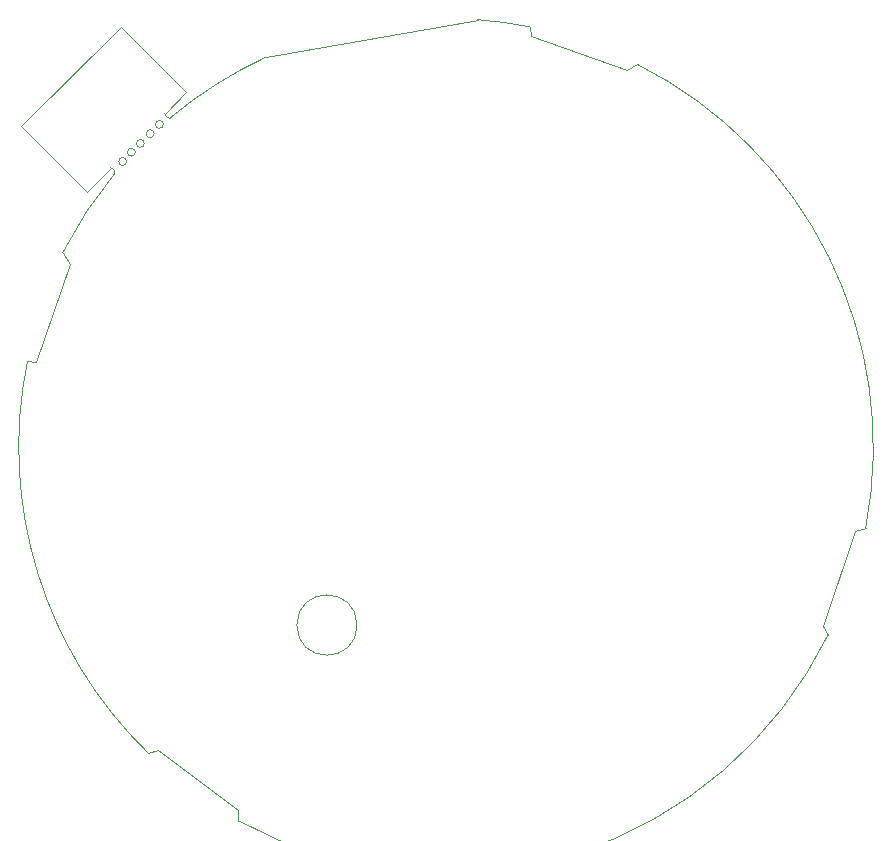
<source format=gbr>
%TF.GenerationSoftware,KiCad,Pcbnew,(5.99.0-10634-g5f56117be9)*%
%TF.CreationDate,2021-05-24T23:14:31+02:00*%
%TF.ProjectId,custom-pcb,63757374-6f6d-42d7-9063-622e6b696361,rev?*%
%TF.SameCoordinates,Original*%
%TF.FileFunction,Profile,NP*%
%FSLAX46Y46*%
G04 Gerber Fmt 4.6, Leading zero omitted, Abs format (unit mm)*
G04 Created by KiCad (PCBNEW (5.99.0-10634-g5f56117be9)) date 2021-05-24 23:14:31*
%MOMM*%
%LPD*%
G01*
G04 APERTURE LIST*
%TA.AperFunction,Profile*%
%ADD10C,0.050000*%
%TD*%
G04 APERTURE END LIST*
D10*
X78172560Y-54034440D02*
X83706752Y-59576277D01*
X92148193Y-51134836D02*
X86614000Y-45593000D01*
X78172560Y-54034440D02*
X86614000Y-45593000D01*
X148742400Y-88315800D02*
X149656799Y-88010999D01*
X81661715Y-64744962D02*
G75*
G02*
X86108098Y-57989945I32358885J-16458838D01*
G01*
X87816478Y-56235600D02*
G75*
G03*
X87816478Y-56235600I-338878J0D01*
G01*
X88578478Y-55482278D02*
G75*
G03*
X88578478Y-55482278I-338878J0D01*
G01*
X89408000Y-54660800D02*
G75*
G03*
X89408000Y-54660800I-338878J0D01*
G01*
X90195400Y-53873400D02*
G75*
G03*
X90195400Y-53873400I-338878J0D01*
G01*
X90728800Y-53365400D02*
X90726958Y-53357848D01*
X89763600Y-106807000D02*
X96545400Y-111912400D01*
X96545400Y-111912400D02*
X96545401Y-112826799D01*
X79375000Y-74015600D02*
X78689200Y-73914000D01*
X146050000Y-96342200D02*
X148742400Y-88315800D01*
X88921833Y-107117133D02*
X89763600Y-106807000D01*
X146467035Y-97097997D02*
X146050000Y-96342200D01*
X90726958Y-53357848D02*
G75*
G02*
X98882200Y-48183800I23674593J-28301374D01*
G01*
X98882200Y-48183800D02*
X116814600Y-45008800D01*
X82270600Y-65735200D02*
X79375000Y-74015600D01*
X146467035Y-97097997D02*
G75*
G02*
X96545401Y-112826799I-32446435J15894197D01*
G01*
X129413000Y-49250600D02*
X121310400Y-46431200D01*
X92148193Y-51134836D02*
X90322400Y-52959000D01*
X85725137Y-57554198D02*
G75*
G02*
X86108097Y-57989944I-25534J-408598D01*
G01*
X121310400Y-46431200D02*
X121208800Y-45618400D01*
X90728800Y-53365400D02*
G75*
G02*
X90322400Y-52959000I25400J431800D01*
G01*
X130255890Y-48758585D02*
X129413000Y-49250600D01*
X83706752Y-59576277D02*
X85725137Y-57554199D01*
X130255890Y-48758585D02*
G75*
G02*
X149656799Y-88010999I-16235290J-32445215D01*
G01*
X87079878Y-57023000D02*
G75*
G03*
X87079878Y-57023000I-338878J0D01*
G01*
X81661714Y-64744962D02*
X82270600Y-65735200D01*
X116814600Y-45008800D02*
G75*
G02*
X121208799Y-45618401I-2754579J-35998077D01*
G01*
X88921833Y-107117133D02*
G75*
G02*
X78689201Y-73914001I25098767J25913333D01*
G01*
X106591068Y-96266000D02*
G75*
G03*
X106591068Y-96266000I-2552668J0D01*
G01*
M02*

</source>
